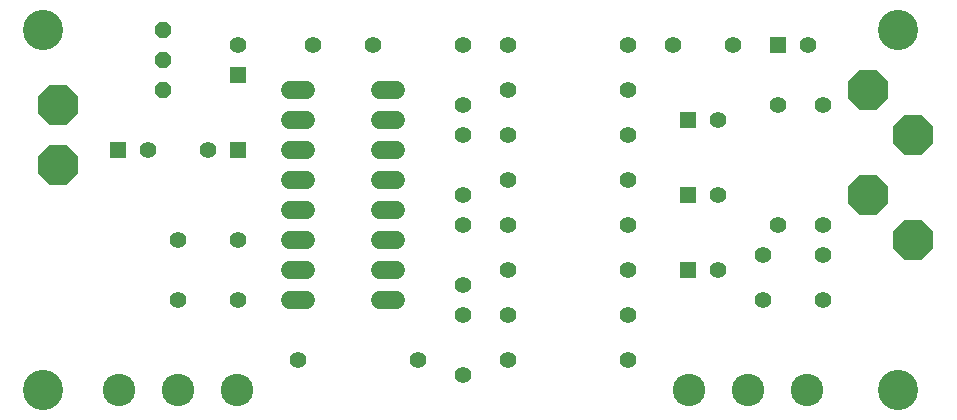
<source format=gbs>
G75*
G70*
%OFA0B0*%
%FSLAX24Y24*%
%IPPOS*%
%LPD*%
%AMOC8*
5,1,8,0,0,1.08239X$1,22.5*
%
%ADD10C,0.1340*%
%ADD11C,0.0600*%
%ADD12C,0.0556*%
%ADD13C,0.1080*%
%ADD14R,0.0556X0.0556*%
%ADD15OC8,0.1330*%
%ADD16OC8,0.0556*%
D10*
X001302Y006826D03*
X001302Y018826D03*
X029802Y018826D03*
X029802Y006826D03*
D11*
X013062Y009826D02*
X012542Y009826D01*
X012542Y010826D02*
X013062Y010826D01*
X013062Y011826D02*
X012542Y011826D01*
X012542Y012826D02*
X013062Y012826D01*
X013062Y013826D02*
X012542Y013826D01*
X012542Y014826D02*
X013062Y014826D01*
X013062Y015826D02*
X012542Y015826D01*
X012542Y016826D02*
X013062Y016826D01*
X010062Y016826D02*
X009542Y016826D01*
X009542Y015826D02*
X010062Y015826D01*
X010062Y014826D02*
X009542Y014826D01*
X009542Y013826D02*
X010062Y013826D01*
X010062Y012826D02*
X009542Y012826D01*
X009542Y011826D02*
X010062Y011826D01*
X010062Y010826D02*
X009542Y010826D01*
X009542Y009826D02*
X010062Y009826D01*
D12*
X007802Y009826D03*
X005802Y009826D03*
X005802Y011826D03*
X007802Y011826D03*
X006802Y014826D03*
X004802Y014826D03*
X007802Y018326D03*
X010302Y018326D03*
X012302Y018326D03*
X015302Y018326D03*
X016802Y018326D03*
X016802Y016826D03*
X015302Y016326D03*
X015302Y015326D03*
X016802Y015326D03*
X016802Y013826D03*
X015302Y013326D03*
X015302Y012326D03*
X016802Y012326D03*
X016802Y010826D03*
X015302Y010326D03*
X015302Y009326D03*
X016802Y009326D03*
X016802Y007826D03*
X015302Y007326D03*
X013802Y007826D03*
X009802Y007826D03*
X020802Y007826D03*
X020802Y009326D03*
X020802Y010826D03*
X020802Y012326D03*
X020802Y013826D03*
X020802Y015326D03*
X020802Y016826D03*
X020802Y018326D03*
X022302Y018326D03*
X024302Y018326D03*
X026802Y018326D03*
X027302Y016326D03*
X025802Y016326D03*
X023802Y015826D03*
X023802Y013326D03*
X025802Y012326D03*
X025302Y011326D03*
X023802Y010826D03*
X025302Y009826D03*
X027302Y009826D03*
X027302Y011326D03*
X027302Y012326D03*
D13*
X026771Y006826D03*
X024802Y006826D03*
X022834Y006826D03*
X007771Y006826D03*
X005802Y006826D03*
X003834Y006826D03*
D14*
X003802Y014826D03*
X007802Y014826D03*
X007802Y017326D03*
X022802Y015826D03*
X022802Y013326D03*
X022802Y010826D03*
X025802Y018326D03*
D15*
X028802Y016826D03*
X030302Y015326D03*
X028802Y013326D03*
X030302Y011826D03*
X001802Y014326D03*
X001802Y016326D03*
D16*
X005302Y016826D03*
X005302Y017826D03*
X005302Y018826D03*
M02*

</source>
